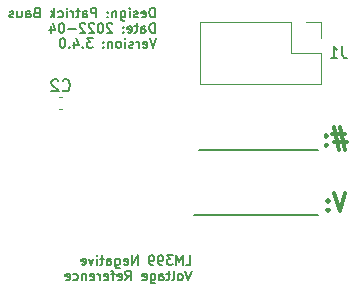
<source format=gbr>
G04 #@! TF.GenerationSoftware,KiCad,Pcbnew,(6.0.4)*
G04 #@! TF.CreationDate,2022-04-17T03:50:03+02:00*
G04 #@! TF.ProjectId,reference_board,72656665-7265-46e6-9365-5f626f617264,v3.4.0*
G04 #@! TF.SameCoordinates,Original*
G04 #@! TF.FileFunction,Legend,Bot*
G04 #@! TF.FilePolarity,Positive*
%FSLAX46Y46*%
G04 Gerber Fmt 4.6, Leading zero omitted, Abs format (unit mm)*
G04 Created by KiCad (PCBNEW (6.0.4)) date 2022-04-17 03:50:03*
%MOMM*%
%LPD*%
G01*
G04 APERTURE LIST*
%ADD10C,0.200000*%
%ADD11C,0.300000*%
%ADD12C,0.150000*%
%ADD13C,0.120000*%
G04 APERTURE END LIST*
D10*
X131000000Y-68000000D02*
X120500000Y-68000000D01*
X131000000Y-62500000D02*
X121000000Y-62500000D01*
D11*
X133357142Y-66178571D02*
X132857142Y-67678571D01*
X132357142Y-66178571D01*
X131857142Y-67535714D02*
X131785714Y-67607142D01*
X131857142Y-67678571D01*
X131928571Y-67607142D01*
X131857142Y-67535714D01*
X131857142Y-67678571D01*
X131857142Y-66750000D02*
X131785714Y-66821428D01*
X131857142Y-66892857D01*
X131928571Y-66821428D01*
X131857142Y-66750000D01*
X131857142Y-66892857D01*
X133321428Y-61178571D02*
X132250000Y-61178571D01*
X132892857Y-60535714D02*
X133321428Y-62464285D01*
X132392857Y-61821428D02*
X133464285Y-61821428D01*
X132821428Y-62464285D02*
X132392857Y-60535714D01*
X131750000Y-62035714D02*
X131678571Y-62107142D01*
X131750000Y-62178571D01*
X131821428Y-62107142D01*
X131750000Y-62035714D01*
X131750000Y-62178571D01*
X131750000Y-61250000D02*
X131678571Y-61321428D01*
X131750000Y-61392857D01*
X131821428Y-61321428D01*
X131750000Y-61250000D01*
X131750000Y-61392857D01*
D12*
X119831071Y-72217904D02*
X120212023Y-72217904D01*
X120212023Y-71417904D01*
X119564404Y-72217904D02*
X119564404Y-71417904D01*
X119297738Y-71989333D01*
X119031071Y-71417904D01*
X119031071Y-72217904D01*
X118726309Y-71417904D02*
X118231071Y-71417904D01*
X118497738Y-71722666D01*
X118383452Y-71722666D01*
X118307261Y-71760761D01*
X118269166Y-71798857D01*
X118231071Y-71875047D01*
X118231071Y-72065523D01*
X118269166Y-72141714D01*
X118307261Y-72179809D01*
X118383452Y-72217904D01*
X118612023Y-72217904D01*
X118688214Y-72179809D01*
X118726309Y-72141714D01*
X117850119Y-72217904D02*
X117697738Y-72217904D01*
X117621547Y-72179809D01*
X117583452Y-72141714D01*
X117507261Y-72027428D01*
X117469166Y-71875047D01*
X117469166Y-71570285D01*
X117507261Y-71494095D01*
X117545357Y-71456000D01*
X117621547Y-71417904D01*
X117773928Y-71417904D01*
X117850119Y-71456000D01*
X117888214Y-71494095D01*
X117926309Y-71570285D01*
X117926309Y-71760761D01*
X117888214Y-71836952D01*
X117850119Y-71875047D01*
X117773928Y-71913142D01*
X117621547Y-71913142D01*
X117545357Y-71875047D01*
X117507261Y-71836952D01*
X117469166Y-71760761D01*
X117088214Y-72217904D02*
X116935833Y-72217904D01*
X116859642Y-72179809D01*
X116821547Y-72141714D01*
X116745357Y-72027428D01*
X116707261Y-71875047D01*
X116707261Y-71570285D01*
X116745357Y-71494095D01*
X116783452Y-71456000D01*
X116859642Y-71417904D01*
X117012023Y-71417904D01*
X117088214Y-71456000D01*
X117126309Y-71494095D01*
X117164404Y-71570285D01*
X117164404Y-71760761D01*
X117126309Y-71836952D01*
X117088214Y-71875047D01*
X117012023Y-71913142D01*
X116859642Y-71913142D01*
X116783452Y-71875047D01*
X116745357Y-71836952D01*
X116707261Y-71760761D01*
X115754880Y-72217904D02*
X115754880Y-71417904D01*
X115297738Y-72217904D01*
X115297738Y-71417904D01*
X114612023Y-72179809D02*
X114688214Y-72217904D01*
X114840595Y-72217904D01*
X114916785Y-72179809D01*
X114954880Y-72103619D01*
X114954880Y-71798857D01*
X114916785Y-71722666D01*
X114840595Y-71684571D01*
X114688214Y-71684571D01*
X114612023Y-71722666D01*
X114573928Y-71798857D01*
X114573928Y-71875047D01*
X114954880Y-71951238D01*
X113888214Y-71684571D02*
X113888214Y-72332190D01*
X113926309Y-72408380D01*
X113964404Y-72446476D01*
X114040595Y-72484571D01*
X114154880Y-72484571D01*
X114231071Y-72446476D01*
X113888214Y-72179809D02*
X113964404Y-72217904D01*
X114116785Y-72217904D01*
X114192976Y-72179809D01*
X114231071Y-72141714D01*
X114269166Y-72065523D01*
X114269166Y-71836952D01*
X114231071Y-71760761D01*
X114192976Y-71722666D01*
X114116785Y-71684571D01*
X113964404Y-71684571D01*
X113888214Y-71722666D01*
X113164404Y-72217904D02*
X113164404Y-71798857D01*
X113202500Y-71722666D01*
X113278690Y-71684571D01*
X113431071Y-71684571D01*
X113507261Y-71722666D01*
X113164404Y-72179809D02*
X113240595Y-72217904D01*
X113431071Y-72217904D01*
X113507261Y-72179809D01*
X113545357Y-72103619D01*
X113545357Y-72027428D01*
X113507261Y-71951238D01*
X113431071Y-71913142D01*
X113240595Y-71913142D01*
X113164404Y-71875047D01*
X112897738Y-71684571D02*
X112592976Y-71684571D01*
X112783452Y-71417904D02*
X112783452Y-72103619D01*
X112745357Y-72179809D01*
X112669166Y-72217904D01*
X112592976Y-72217904D01*
X112326309Y-72217904D02*
X112326309Y-71684571D01*
X112326309Y-71417904D02*
X112364404Y-71456000D01*
X112326309Y-71494095D01*
X112288214Y-71456000D01*
X112326309Y-71417904D01*
X112326309Y-71494095D01*
X112021547Y-71684571D02*
X111831071Y-72217904D01*
X111640595Y-71684571D01*
X111031071Y-72179809D02*
X111107261Y-72217904D01*
X111259642Y-72217904D01*
X111335833Y-72179809D01*
X111373928Y-72103619D01*
X111373928Y-71798857D01*
X111335833Y-71722666D01*
X111259642Y-71684571D01*
X111107261Y-71684571D01*
X111031071Y-71722666D01*
X110992976Y-71798857D01*
X110992976Y-71875047D01*
X111373928Y-71951238D01*
X120326309Y-72705904D02*
X120059642Y-73505904D01*
X119792976Y-72705904D01*
X119412023Y-73505904D02*
X119488214Y-73467809D01*
X119526309Y-73429714D01*
X119564404Y-73353523D01*
X119564404Y-73124952D01*
X119526309Y-73048761D01*
X119488214Y-73010666D01*
X119412023Y-72972571D01*
X119297738Y-72972571D01*
X119221547Y-73010666D01*
X119183452Y-73048761D01*
X119145357Y-73124952D01*
X119145357Y-73353523D01*
X119183452Y-73429714D01*
X119221547Y-73467809D01*
X119297738Y-73505904D01*
X119412023Y-73505904D01*
X118688214Y-73505904D02*
X118764404Y-73467809D01*
X118802500Y-73391619D01*
X118802500Y-72705904D01*
X118497738Y-72972571D02*
X118192976Y-72972571D01*
X118383452Y-72705904D02*
X118383452Y-73391619D01*
X118345357Y-73467809D01*
X118269166Y-73505904D01*
X118192976Y-73505904D01*
X117583452Y-73505904D02*
X117583452Y-73086857D01*
X117621547Y-73010666D01*
X117697738Y-72972571D01*
X117850119Y-72972571D01*
X117926309Y-73010666D01*
X117583452Y-73467809D02*
X117659642Y-73505904D01*
X117850119Y-73505904D01*
X117926309Y-73467809D01*
X117964404Y-73391619D01*
X117964404Y-73315428D01*
X117926309Y-73239238D01*
X117850119Y-73201142D01*
X117659642Y-73201142D01*
X117583452Y-73163047D01*
X116859642Y-72972571D02*
X116859642Y-73620190D01*
X116897738Y-73696380D01*
X116935833Y-73734476D01*
X117012023Y-73772571D01*
X117126309Y-73772571D01*
X117202500Y-73734476D01*
X116859642Y-73467809D02*
X116935833Y-73505904D01*
X117088214Y-73505904D01*
X117164404Y-73467809D01*
X117202500Y-73429714D01*
X117240595Y-73353523D01*
X117240595Y-73124952D01*
X117202500Y-73048761D01*
X117164404Y-73010666D01*
X117088214Y-72972571D01*
X116935833Y-72972571D01*
X116859642Y-73010666D01*
X116173928Y-73467809D02*
X116250119Y-73505904D01*
X116402500Y-73505904D01*
X116478690Y-73467809D01*
X116516785Y-73391619D01*
X116516785Y-73086857D01*
X116478690Y-73010666D01*
X116402500Y-72972571D01*
X116250119Y-72972571D01*
X116173928Y-73010666D01*
X116135833Y-73086857D01*
X116135833Y-73163047D01*
X116516785Y-73239238D01*
X114726309Y-73505904D02*
X114992976Y-73124952D01*
X115183452Y-73505904D02*
X115183452Y-72705904D01*
X114878690Y-72705904D01*
X114802500Y-72744000D01*
X114764404Y-72782095D01*
X114726309Y-72858285D01*
X114726309Y-72972571D01*
X114764404Y-73048761D01*
X114802500Y-73086857D01*
X114878690Y-73124952D01*
X115183452Y-73124952D01*
X114078690Y-73467809D02*
X114154880Y-73505904D01*
X114307261Y-73505904D01*
X114383452Y-73467809D01*
X114421547Y-73391619D01*
X114421547Y-73086857D01*
X114383452Y-73010666D01*
X114307261Y-72972571D01*
X114154880Y-72972571D01*
X114078690Y-73010666D01*
X114040595Y-73086857D01*
X114040595Y-73163047D01*
X114421547Y-73239238D01*
X113812023Y-72972571D02*
X113507261Y-72972571D01*
X113697738Y-73505904D02*
X113697738Y-72820190D01*
X113659642Y-72744000D01*
X113583452Y-72705904D01*
X113507261Y-72705904D01*
X112935833Y-73467809D02*
X113012023Y-73505904D01*
X113164404Y-73505904D01*
X113240595Y-73467809D01*
X113278690Y-73391619D01*
X113278690Y-73086857D01*
X113240595Y-73010666D01*
X113164404Y-72972571D01*
X113012023Y-72972571D01*
X112935833Y-73010666D01*
X112897738Y-73086857D01*
X112897738Y-73163047D01*
X113278690Y-73239238D01*
X112554880Y-73505904D02*
X112554880Y-72972571D01*
X112554880Y-73124952D02*
X112516785Y-73048761D01*
X112478690Y-73010666D01*
X112402500Y-72972571D01*
X112326309Y-72972571D01*
X111754880Y-73467809D02*
X111831071Y-73505904D01*
X111983452Y-73505904D01*
X112059642Y-73467809D01*
X112097738Y-73391619D01*
X112097738Y-73086857D01*
X112059642Y-73010666D01*
X111983452Y-72972571D01*
X111831071Y-72972571D01*
X111754880Y-73010666D01*
X111716785Y-73086857D01*
X111716785Y-73163047D01*
X112097738Y-73239238D01*
X111373928Y-72972571D02*
X111373928Y-73505904D01*
X111373928Y-73048761D02*
X111335833Y-73010666D01*
X111259642Y-72972571D01*
X111145357Y-72972571D01*
X111069166Y-73010666D01*
X111031071Y-73086857D01*
X111031071Y-73505904D01*
X110307261Y-73467809D02*
X110383452Y-73505904D01*
X110535833Y-73505904D01*
X110612023Y-73467809D01*
X110650119Y-73429714D01*
X110688214Y-73353523D01*
X110688214Y-73124952D01*
X110650119Y-73048761D01*
X110612023Y-73010666D01*
X110535833Y-72972571D01*
X110383452Y-72972571D01*
X110307261Y-73010666D01*
X109659642Y-73467809D02*
X109735833Y-73505904D01*
X109888214Y-73505904D01*
X109964404Y-73467809D01*
X110002500Y-73391619D01*
X110002500Y-73086857D01*
X109964404Y-73010666D01*
X109888214Y-72972571D01*
X109735833Y-72972571D01*
X109659642Y-73010666D01*
X109621547Y-73086857D01*
X109621547Y-73163047D01*
X110002500Y-73239238D01*
X117212023Y-51273904D02*
X117212023Y-50473904D01*
X117021547Y-50473904D01*
X116907261Y-50512000D01*
X116831071Y-50588190D01*
X116792976Y-50664380D01*
X116754880Y-50816761D01*
X116754880Y-50931047D01*
X116792976Y-51083428D01*
X116831071Y-51159619D01*
X116907261Y-51235809D01*
X117021547Y-51273904D01*
X117212023Y-51273904D01*
X116107261Y-51235809D02*
X116183452Y-51273904D01*
X116335833Y-51273904D01*
X116412023Y-51235809D01*
X116450119Y-51159619D01*
X116450119Y-50854857D01*
X116412023Y-50778666D01*
X116335833Y-50740571D01*
X116183452Y-50740571D01*
X116107261Y-50778666D01*
X116069166Y-50854857D01*
X116069166Y-50931047D01*
X116450119Y-51007238D01*
X115764404Y-51235809D02*
X115688214Y-51273904D01*
X115535833Y-51273904D01*
X115459642Y-51235809D01*
X115421547Y-51159619D01*
X115421547Y-51121523D01*
X115459642Y-51045333D01*
X115535833Y-51007238D01*
X115650119Y-51007238D01*
X115726309Y-50969142D01*
X115764404Y-50892952D01*
X115764404Y-50854857D01*
X115726309Y-50778666D01*
X115650119Y-50740571D01*
X115535833Y-50740571D01*
X115459642Y-50778666D01*
X115078690Y-51273904D02*
X115078690Y-50740571D01*
X115078690Y-50473904D02*
X115116785Y-50512000D01*
X115078690Y-50550095D01*
X115040595Y-50512000D01*
X115078690Y-50473904D01*
X115078690Y-50550095D01*
X114354880Y-50740571D02*
X114354880Y-51388190D01*
X114392976Y-51464380D01*
X114431071Y-51502476D01*
X114507261Y-51540571D01*
X114621547Y-51540571D01*
X114697738Y-51502476D01*
X114354880Y-51235809D02*
X114431071Y-51273904D01*
X114583452Y-51273904D01*
X114659642Y-51235809D01*
X114697738Y-51197714D01*
X114735833Y-51121523D01*
X114735833Y-50892952D01*
X114697738Y-50816761D01*
X114659642Y-50778666D01*
X114583452Y-50740571D01*
X114431071Y-50740571D01*
X114354880Y-50778666D01*
X113973928Y-50740571D02*
X113973928Y-51273904D01*
X113973928Y-50816761D02*
X113935833Y-50778666D01*
X113859642Y-50740571D01*
X113745357Y-50740571D01*
X113669166Y-50778666D01*
X113631071Y-50854857D01*
X113631071Y-51273904D01*
X113250119Y-51197714D02*
X113212023Y-51235809D01*
X113250119Y-51273904D01*
X113288214Y-51235809D01*
X113250119Y-51197714D01*
X113250119Y-51273904D01*
X113250119Y-50778666D02*
X113212023Y-50816761D01*
X113250119Y-50854857D01*
X113288214Y-50816761D01*
X113250119Y-50778666D01*
X113250119Y-50854857D01*
X112259642Y-51273904D02*
X112259642Y-50473904D01*
X111954880Y-50473904D01*
X111878690Y-50512000D01*
X111840595Y-50550095D01*
X111802500Y-50626285D01*
X111802500Y-50740571D01*
X111840595Y-50816761D01*
X111878690Y-50854857D01*
X111954880Y-50892952D01*
X112259642Y-50892952D01*
X111116785Y-51273904D02*
X111116785Y-50854857D01*
X111154880Y-50778666D01*
X111231071Y-50740571D01*
X111383452Y-50740571D01*
X111459642Y-50778666D01*
X111116785Y-51235809D02*
X111192976Y-51273904D01*
X111383452Y-51273904D01*
X111459642Y-51235809D01*
X111497738Y-51159619D01*
X111497738Y-51083428D01*
X111459642Y-51007238D01*
X111383452Y-50969142D01*
X111192976Y-50969142D01*
X111116785Y-50931047D01*
X110850119Y-50740571D02*
X110545357Y-50740571D01*
X110735833Y-50473904D02*
X110735833Y-51159619D01*
X110697738Y-51235809D01*
X110621547Y-51273904D01*
X110545357Y-51273904D01*
X110278690Y-51273904D02*
X110278690Y-50740571D01*
X110278690Y-50892952D02*
X110240595Y-50816761D01*
X110202500Y-50778666D01*
X110126309Y-50740571D01*
X110050119Y-50740571D01*
X109783452Y-51273904D02*
X109783452Y-50740571D01*
X109783452Y-50473904D02*
X109821547Y-50512000D01*
X109783452Y-50550095D01*
X109745357Y-50512000D01*
X109783452Y-50473904D01*
X109783452Y-50550095D01*
X109059642Y-51235809D02*
X109135833Y-51273904D01*
X109288214Y-51273904D01*
X109364404Y-51235809D01*
X109402500Y-51197714D01*
X109440595Y-51121523D01*
X109440595Y-50892952D01*
X109402500Y-50816761D01*
X109364404Y-50778666D01*
X109288214Y-50740571D01*
X109135833Y-50740571D01*
X109059642Y-50778666D01*
X108716785Y-51273904D02*
X108716785Y-50473904D01*
X108640595Y-50969142D02*
X108412023Y-51273904D01*
X108412023Y-50740571D02*
X108716785Y-51045333D01*
X107192976Y-50854857D02*
X107078690Y-50892952D01*
X107040595Y-50931047D01*
X107002500Y-51007238D01*
X107002500Y-51121523D01*
X107040595Y-51197714D01*
X107078690Y-51235809D01*
X107154880Y-51273904D01*
X107459642Y-51273904D01*
X107459642Y-50473904D01*
X107192976Y-50473904D01*
X107116785Y-50512000D01*
X107078690Y-50550095D01*
X107040595Y-50626285D01*
X107040595Y-50702476D01*
X107078690Y-50778666D01*
X107116785Y-50816761D01*
X107192976Y-50854857D01*
X107459642Y-50854857D01*
X106316785Y-51273904D02*
X106316785Y-50854857D01*
X106354880Y-50778666D01*
X106431071Y-50740571D01*
X106583452Y-50740571D01*
X106659642Y-50778666D01*
X106316785Y-51235809D02*
X106392976Y-51273904D01*
X106583452Y-51273904D01*
X106659642Y-51235809D01*
X106697738Y-51159619D01*
X106697738Y-51083428D01*
X106659642Y-51007238D01*
X106583452Y-50969142D01*
X106392976Y-50969142D01*
X106316785Y-50931047D01*
X105592976Y-50740571D02*
X105592976Y-51273904D01*
X105935833Y-50740571D02*
X105935833Y-51159619D01*
X105897738Y-51235809D01*
X105821547Y-51273904D01*
X105707261Y-51273904D01*
X105631071Y-51235809D01*
X105592976Y-51197714D01*
X105250119Y-51235809D02*
X105173928Y-51273904D01*
X105021547Y-51273904D01*
X104945357Y-51235809D01*
X104907261Y-51159619D01*
X104907261Y-51121523D01*
X104945357Y-51045333D01*
X105021547Y-51007238D01*
X105135833Y-51007238D01*
X105212023Y-50969142D01*
X105250119Y-50892952D01*
X105250119Y-50854857D01*
X105212023Y-50778666D01*
X105135833Y-50740571D01*
X105021547Y-50740571D01*
X104945357Y-50778666D01*
X117212023Y-52561904D02*
X117212023Y-51761904D01*
X117021547Y-51761904D01*
X116907261Y-51800000D01*
X116831071Y-51876190D01*
X116792976Y-51952380D01*
X116754880Y-52104761D01*
X116754880Y-52219047D01*
X116792976Y-52371428D01*
X116831071Y-52447619D01*
X116907261Y-52523809D01*
X117021547Y-52561904D01*
X117212023Y-52561904D01*
X116069166Y-52561904D02*
X116069166Y-52142857D01*
X116107261Y-52066666D01*
X116183452Y-52028571D01*
X116335833Y-52028571D01*
X116412023Y-52066666D01*
X116069166Y-52523809D02*
X116145357Y-52561904D01*
X116335833Y-52561904D01*
X116412023Y-52523809D01*
X116450119Y-52447619D01*
X116450119Y-52371428D01*
X116412023Y-52295238D01*
X116335833Y-52257142D01*
X116145357Y-52257142D01*
X116069166Y-52219047D01*
X115802500Y-52028571D02*
X115497738Y-52028571D01*
X115688214Y-51761904D02*
X115688214Y-52447619D01*
X115650119Y-52523809D01*
X115573928Y-52561904D01*
X115497738Y-52561904D01*
X114926309Y-52523809D02*
X115002500Y-52561904D01*
X115154880Y-52561904D01*
X115231071Y-52523809D01*
X115269166Y-52447619D01*
X115269166Y-52142857D01*
X115231071Y-52066666D01*
X115154880Y-52028571D01*
X115002500Y-52028571D01*
X114926309Y-52066666D01*
X114888214Y-52142857D01*
X114888214Y-52219047D01*
X115269166Y-52295238D01*
X114545357Y-52485714D02*
X114507261Y-52523809D01*
X114545357Y-52561904D01*
X114583452Y-52523809D01*
X114545357Y-52485714D01*
X114545357Y-52561904D01*
X114545357Y-52066666D02*
X114507261Y-52104761D01*
X114545357Y-52142857D01*
X114583452Y-52104761D01*
X114545357Y-52066666D01*
X114545357Y-52142857D01*
X113592976Y-51838095D02*
X113554880Y-51800000D01*
X113478690Y-51761904D01*
X113288214Y-51761904D01*
X113212023Y-51800000D01*
X113173928Y-51838095D01*
X113135833Y-51914285D01*
X113135833Y-51990476D01*
X113173928Y-52104761D01*
X113631071Y-52561904D01*
X113135833Y-52561904D01*
X112640595Y-51761904D02*
X112564404Y-51761904D01*
X112488214Y-51800000D01*
X112450119Y-51838095D01*
X112412023Y-51914285D01*
X112373928Y-52066666D01*
X112373928Y-52257142D01*
X112412023Y-52409523D01*
X112450119Y-52485714D01*
X112488214Y-52523809D01*
X112564404Y-52561904D01*
X112640595Y-52561904D01*
X112716785Y-52523809D01*
X112754880Y-52485714D01*
X112792976Y-52409523D01*
X112831071Y-52257142D01*
X112831071Y-52066666D01*
X112792976Y-51914285D01*
X112754880Y-51838095D01*
X112716785Y-51800000D01*
X112640595Y-51761904D01*
X112069166Y-51838095D02*
X112031071Y-51800000D01*
X111954880Y-51761904D01*
X111764404Y-51761904D01*
X111688214Y-51800000D01*
X111650119Y-51838095D01*
X111612023Y-51914285D01*
X111612023Y-51990476D01*
X111650119Y-52104761D01*
X112107261Y-52561904D01*
X111612023Y-52561904D01*
X111307261Y-51838095D02*
X111269166Y-51800000D01*
X111192976Y-51761904D01*
X111002500Y-51761904D01*
X110926309Y-51800000D01*
X110888214Y-51838095D01*
X110850119Y-51914285D01*
X110850119Y-51990476D01*
X110888214Y-52104761D01*
X111345357Y-52561904D01*
X110850119Y-52561904D01*
X110507261Y-52257142D02*
X109897738Y-52257142D01*
X109364404Y-51761904D02*
X109288214Y-51761904D01*
X109212023Y-51800000D01*
X109173928Y-51838095D01*
X109135833Y-51914285D01*
X109097738Y-52066666D01*
X109097738Y-52257142D01*
X109135833Y-52409523D01*
X109173928Y-52485714D01*
X109212023Y-52523809D01*
X109288214Y-52561904D01*
X109364404Y-52561904D01*
X109440595Y-52523809D01*
X109478690Y-52485714D01*
X109516785Y-52409523D01*
X109554880Y-52257142D01*
X109554880Y-52066666D01*
X109516785Y-51914285D01*
X109478690Y-51838095D01*
X109440595Y-51800000D01*
X109364404Y-51761904D01*
X108412023Y-52028571D02*
X108412023Y-52561904D01*
X108602500Y-51723809D02*
X108792976Y-52295238D01*
X108297738Y-52295238D01*
X117326309Y-53049904D02*
X117059642Y-53849904D01*
X116792976Y-53049904D01*
X116221547Y-53811809D02*
X116297738Y-53849904D01*
X116450119Y-53849904D01*
X116526309Y-53811809D01*
X116564404Y-53735619D01*
X116564404Y-53430857D01*
X116526309Y-53354666D01*
X116450119Y-53316571D01*
X116297738Y-53316571D01*
X116221547Y-53354666D01*
X116183452Y-53430857D01*
X116183452Y-53507047D01*
X116564404Y-53583238D01*
X115840595Y-53849904D02*
X115840595Y-53316571D01*
X115840595Y-53468952D02*
X115802500Y-53392761D01*
X115764404Y-53354666D01*
X115688214Y-53316571D01*
X115612023Y-53316571D01*
X115383452Y-53811809D02*
X115307261Y-53849904D01*
X115154880Y-53849904D01*
X115078690Y-53811809D01*
X115040595Y-53735619D01*
X115040595Y-53697523D01*
X115078690Y-53621333D01*
X115154880Y-53583238D01*
X115269166Y-53583238D01*
X115345357Y-53545142D01*
X115383452Y-53468952D01*
X115383452Y-53430857D01*
X115345357Y-53354666D01*
X115269166Y-53316571D01*
X115154880Y-53316571D01*
X115078690Y-53354666D01*
X114697738Y-53849904D02*
X114697738Y-53316571D01*
X114697738Y-53049904D02*
X114735833Y-53088000D01*
X114697738Y-53126095D01*
X114659642Y-53088000D01*
X114697738Y-53049904D01*
X114697738Y-53126095D01*
X114202500Y-53849904D02*
X114278690Y-53811809D01*
X114316785Y-53773714D01*
X114354880Y-53697523D01*
X114354880Y-53468952D01*
X114316785Y-53392761D01*
X114278690Y-53354666D01*
X114202500Y-53316571D01*
X114088214Y-53316571D01*
X114012023Y-53354666D01*
X113973928Y-53392761D01*
X113935833Y-53468952D01*
X113935833Y-53697523D01*
X113973928Y-53773714D01*
X114012023Y-53811809D01*
X114088214Y-53849904D01*
X114202500Y-53849904D01*
X113592976Y-53316571D02*
X113592976Y-53849904D01*
X113592976Y-53392761D02*
X113554880Y-53354666D01*
X113478690Y-53316571D01*
X113364404Y-53316571D01*
X113288214Y-53354666D01*
X113250119Y-53430857D01*
X113250119Y-53849904D01*
X112869166Y-53773714D02*
X112831071Y-53811809D01*
X112869166Y-53849904D01*
X112907261Y-53811809D01*
X112869166Y-53773714D01*
X112869166Y-53849904D01*
X112869166Y-53354666D02*
X112831071Y-53392761D01*
X112869166Y-53430857D01*
X112907261Y-53392761D01*
X112869166Y-53354666D01*
X112869166Y-53430857D01*
X111954880Y-53049904D02*
X111459642Y-53049904D01*
X111726309Y-53354666D01*
X111612023Y-53354666D01*
X111535833Y-53392761D01*
X111497738Y-53430857D01*
X111459642Y-53507047D01*
X111459642Y-53697523D01*
X111497738Y-53773714D01*
X111535833Y-53811809D01*
X111612023Y-53849904D01*
X111840595Y-53849904D01*
X111916785Y-53811809D01*
X111954880Y-53773714D01*
X111116785Y-53773714D02*
X111078690Y-53811809D01*
X111116785Y-53849904D01*
X111154880Y-53811809D01*
X111116785Y-53773714D01*
X111116785Y-53849904D01*
X110392976Y-53316571D02*
X110392976Y-53849904D01*
X110583452Y-53011809D02*
X110773928Y-53583238D01*
X110278690Y-53583238D01*
X109973928Y-53773714D02*
X109935833Y-53811809D01*
X109973928Y-53849904D01*
X110012023Y-53811809D01*
X109973928Y-53773714D01*
X109973928Y-53849904D01*
X109440595Y-53049904D02*
X109364404Y-53049904D01*
X109288214Y-53088000D01*
X109250119Y-53126095D01*
X109212023Y-53202285D01*
X109173928Y-53354666D01*
X109173928Y-53545142D01*
X109212023Y-53697523D01*
X109250119Y-53773714D01*
X109288214Y-53811809D01*
X109364404Y-53849904D01*
X109440595Y-53849904D01*
X109516785Y-53811809D01*
X109554880Y-53773714D01*
X109592976Y-53697523D01*
X109631071Y-53545142D01*
X109631071Y-53354666D01*
X109592976Y-53202285D01*
X109554880Y-53126095D01*
X109516785Y-53088000D01*
X109440595Y-53049904D01*
X133103333Y-53722380D02*
X133103333Y-54436666D01*
X133150952Y-54579523D01*
X133246190Y-54674761D01*
X133389047Y-54722380D01*
X133484285Y-54722380D01*
X132103333Y-54722380D02*
X132674761Y-54722380D01*
X132389047Y-54722380D02*
X132389047Y-53722380D01*
X132484285Y-53865238D01*
X132579523Y-53960476D01*
X132674761Y-54008095D01*
X109416666Y-57427142D02*
X109464285Y-57474761D01*
X109607142Y-57522380D01*
X109702380Y-57522380D01*
X109845238Y-57474761D01*
X109940476Y-57379523D01*
X109988095Y-57284285D01*
X110035714Y-57093809D01*
X110035714Y-56950952D01*
X109988095Y-56760476D01*
X109940476Y-56665238D01*
X109845238Y-56570000D01*
X109702380Y-56522380D01*
X109607142Y-56522380D01*
X109464285Y-56570000D01*
X109416666Y-56617619D01*
X109035714Y-56617619D02*
X108988095Y-56570000D01*
X108892857Y-56522380D01*
X108654761Y-56522380D01*
X108559523Y-56570000D01*
X108511904Y-56617619D01*
X108464285Y-56712857D01*
X108464285Y-56808095D01*
X108511904Y-56950952D01*
X109083333Y-57522380D01*
X108464285Y-57522380D01*
D13*
X131330000Y-56870000D02*
X131330000Y-54270000D01*
X131330000Y-54270000D02*
X128730000Y-54270000D01*
X131330000Y-53000000D02*
X131330000Y-51670000D01*
X131330000Y-51670000D02*
X130000000Y-51670000D01*
X121050000Y-56870000D02*
X121050000Y-51670000D01*
X128730000Y-51670000D02*
X121050000Y-51670000D01*
X128730000Y-54270000D02*
X128730000Y-51670000D01*
X131330000Y-56870000D02*
X121050000Y-56870000D01*
X109390580Y-59010000D02*
X109109420Y-59010000D01*
X109390580Y-57990000D02*
X109109420Y-57990000D01*
M02*

</source>
